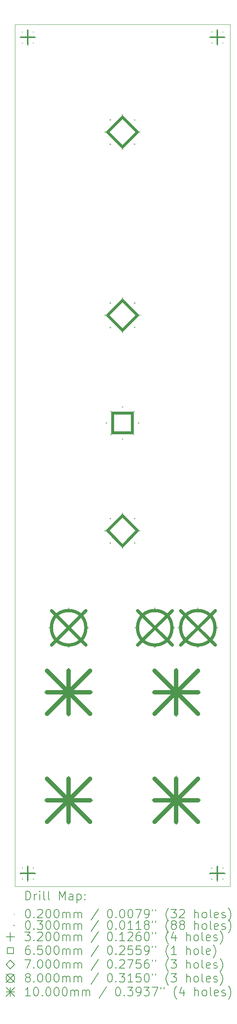
<source format=gbr>
%FSLAX45Y45*%
G04 Gerber Fmt 4.5, Leading zero omitted, Abs format (unit mm)*
G04 Created by KiCad (PCBNEW (6.0.5)) date 2022-09-08 21:16:32*
%MOMM*%
%LPD*%
G01*
G04 APERTURE LIST*
%TA.AperFunction,Profile*%
%ADD10C,0.050000*%
%TD*%
%ADD11C,0.200000*%
%ADD12C,0.020000*%
%ADD13C,0.030000*%
%ADD14C,0.320000*%
%ADD15C,0.650000*%
%ADD16C,0.700000*%
%ADD17C,0.800000*%
%ADD18C,1.000000*%
G04 APERTURE END LIST*
D10*
X7500000Y-4000000D02*
X12500000Y-4000000D01*
X12500000Y-4000000D02*
X12500000Y-24000000D01*
X7500000Y-24000000D02*
X7500000Y-4000000D01*
X12500000Y-24000000D02*
X7500000Y-24000000D01*
D11*
D12*
X7610000Y-4290000D02*
X7630000Y-4310000D01*
X7630000Y-4290000D02*
X7610000Y-4310000D01*
X7610000Y-23690000D02*
X7630000Y-23710000D01*
X7630000Y-23690000D02*
X7610000Y-23710000D01*
X7662721Y-4162721D02*
X7682721Y-4182721D01*
X7682721Y-4162721D02*
X7662721Y-4182721D01*
X7662721Y-4417279D02*
X7682721Y-4437279D01*
X7682721Y-4417279D02*
X7662721Y-4437279D01*
X7662721Y-23562721D02*
X7682721Y-23582721D01*
X7682721Y-23562721D02*
X7662721Y-23582721D01*
X7662721Y-23817279D02*
X7682721Y-23837279D01*
X7682721Y-23817279D02*
X7662721Y-23837279D01*
X7790000Y-4110000D02*
X7810000Y-4130000D01*
X7810000Y-4110000D02*
X7790000Y-4130000D01*
X7790000Y-4470000D02*
X7810000Y-4490000D01*
X7810000Y-4470000D02*
X7790000Y-4490000D01*
X7790000Y-23510000D02*
X7810000Y-23530000D01*
X7810000Y-23510000D02*
X7790000Y-23530000D01*
X7790000Y-23870000D02*
X7810000Y-23890000D01*
X7810000Y-23870000D02*
X7790000Y-23890000D01*
X7917279Y-4162721D02*
X7937279Y-4182721D01*
X7937279Y-4162721D02*
X7917279Y-4182721D01*
X7917279Y-4417279D02*
X7937279Y-4437279D01*
X7937279Y-4417279D02*
X7917279Y-4437279D01*
X7917279Y-23562721D02*
X7937279Y-23582721D01*
X7937279Y-23562721D02*
X7917279Y-23582721D01*
X7917279Y-23817279D02*
X7937279Y-23837279D01*
X7937279Y-23817279D02*
X7917279Y-23837279D01*
X7970000Y-4290000D02*
X7990000Y-4310000D01*
X7990000Y-4290000D02*
X7970000Y-4310000D01*
X7970000Y-23690000D02*
X7990000Y-23710000D01*
X7990000Y-23690000D02*
X7970000Y-23710000D01*
X12010000Y-4290000D02*
X12030000Y-4310000D01*
X12030000Y-4290000D02*
X12010000Y-4310000D01*
X12010000Y-23690000D02*
X12030000Y-23710000D01*
X12030000Y-23690000D02*
X12010000Y-23710000D01*
X12062721Y-4162721D02*
X12082721Y-4182721D01*
X12082721Y-4162721D02*
X12062721Y-4182721D01*
X12062721Y-4417279D02*
X12082721Y-4437279D01*
X12082721Y-4417279D02*
X12062721Y-4437279D01*
X12062721Y-23562721D02*
X12082721Y-23582721D01*
X12082721Y-23562721D02*
X12062721Y-23582721D01*
X12062721Y-23817279D02*
X12082721Y-23837279D01*
X12082721Y-23817279D02*
X12062721Y-23837279D01*
X12190000Y-4110000D02*
X12210000Y-4130000D01*
X12210000Y-4110000D02*
X12190000Y-4130000D01*
X12190000Y-4470000D02*
X12210000Y-4490000D01*
X12210000Y-4470000D02*
X12190000Y-4490000D01*
X12190000Y-23510000D02*
X12210000Y-23530000D01*
X12210000Y-23510000D02*
X12190000Y-23530000D01*
X12190000Y-23870000D02*
X12210000Y-23890000D01*
X12210000Y-23870000D02*
X12190000Y-23890000D01*
X12317279Y-4162721D02*
X12337279Y-4182721D01*
X12337279Y-4162721D02*
X12317279Y-4182721D01*
X12317279Y-4417279D02*
X12337279Y-4437279D01*
X12337279Y-4417279D02*
X12317279Y-4437279D01*
X12317279Y-23562721D02*
X12337279Y-23582721D01*
X12337279Y-23562721D02*
X12317279Y-23582721D01*
X12317279Y-23817279D02*
X12337279Y-23837279D01*
X12337279Y-23817279D02*
X12317279Y-23837279D01*
X12370000Y-4290000D02*
X12390000Y-4310000D01*
X12390000Y-4290000D02*
X12370000Y-4310000D01*
X12370000Y-23690000D02*
X12390000Y-23710000D01*
X12390000Y-23690000D02*
X12370000Y-23710000D01*
D13*
X8215000Y-19500000D02*
G75*
G03*
X8215000Y-19500000I-15000J0D01*
G01*
X8215000Y-22000000D02*
G75*
G03*
X8215000Y-22000000I-15000J0D01*
G01*
X8315000Y-18000000D02*
G75*
G03*
X8315000Y-18000000I-15000J0D01*
G01*
X8376091Y-19111091D02*
G75*
G03*
X8376091Y-19111091I-15000J0D01*
G01*
X8376091Y-19888909D02*
G75*
G03*
X8376091Y-19888909I-15000J0D01*
G01*
X8376091Y-21611091D02*
G75*
G03*
X8376091Y-21611091I-15000J0D01*
G01*
X8376091Y-22388909D02*
G75*
G03*
X8376091Y-22388909I-15000J0D01*
G01*
X8446802Y-17681802D02*
G75*
G03*
X8446802Y-17681802I-15000J0D01*
G01*
X8446802Y-18318198D02*
G75*
G03*
X8446802Y-18318198I-15000J0D01*
G01*
X8765000Y-17550000D02*
G75*
G03*
X8765000Y-17550000I-15000J0D01*
G01*
X8765000Y-18450000D02*
G75*
G03*
X8765000Y-18450000I-15000J0D01*
G01*
X8765000Y-18950000D02*
G75*
G03*
X8765000Y-18950000I-15000J0D01*
G01*
X8765000Y-20050000D02*
G75*
G03*
X8765000Y-20050000I-15000J0D01*
G01*
X8765000Y-21450000D02*
G75*
G03*
X8765000Y-21450000I-15000J0D01*
G01*
X8765000Y-22550000D02*
G75*
G03*
X8765000Y-22550000I-15000J0D01*
G01*
X9083198Y-17681802D02*
G75*
G03*
X9083198Y-17681802I-15000J0D01*
G01*
X9083198Y-18318198D02*
G75*
G03*
X9083198Y-18318198I-15000J0D01*
G01*
X9153909Y-19111091D02*
G75*
G03*
X9153909Y-19111091I-15000J0D01*
G01*
X9153909Y-19888909D02*
G75*
G03*
X9153909Y-19888909I-15000J0D01*
G01*
X9153909Y-21611091D02*
G75*
G03*
X9153909Y-21611091I-15000J0D01*
G01*
X9153909Y-22388909D02*
G75*
G03*
X9153909Y-22388909I-15000J0D01*
G01*
X9215000Y-18000000D02*
G75*
G03*
X9215000Y-18000000I-15000J0D01*
G01*
X9315000Y-19500000D02*
G75*
G03*
X9315000Y-19500000I-15000J0D01*
G01*
X9315000Y-22000000D02*
G75*
G03*
X9315000Y-22000000I-15000J0D01*
G01*
X9615000Y-6500000D02*
G75*
G03*
X9615000Y-6500000I-15000J0D01*
G01*
X9615000Y-10750000D02*
G75*
G03*
X9615000Y-10750000I-15000J0D01*
G01*
X9615000Y-15750000D02*
G75*
G03*
X9615000Y-15750000I-15000J0D01*
G01*
X9640000Y-13250000D02*
G75*
G03*
X9640000Y-13250000I-15000J0D01*
G01*
X9732157Y-6217157D02*
G75*
G03*
X9732157Y-6217157I-15000J0D01*
G01*
X9732157Y-6782843D02*
G75*
G03*
X9732157Y-6782843I-15000J0D01*
G01*
X9732157Y-10467157D02*
G75*
G03*
X9732157Y-10467157I-15000J0D01*
G01*
X9732157Y-11032843D02*
G75*
G03*
X9732157Y-11032843I-15000J0D01*
G01*
X9732157Y-15467157D02*
G75*
G03*
X9732157Y-15467157I-15000J0D01*
G01*
X9732157Y-16032843D02*
G75*
G03*
X9732157Y-16032843I-15000J0D01*
G01*
X9749835Y-12984835D02*
G75*
G03*
X9749835Y-12984835I-15000J0D01*
G01*
X9749835Y-13515165D02*
G75*
G03*
X9749835Y-13515165I-15000J0D01*
G01*
X10015000Y-6100000D02*
G75*
G03*
X10015000Y-6100000I-15000J0D01*
G01*
X10015000Y-6900000D02*
G75*
G03*
X10015000Y-6900000I-15000J0D01*
G01*
X10015000Y-10350000D02*
G75*
G03*
X10015000Y-10350000I-15000J0D01*
G01*
X10015000Y-11150000D02*
G75*
G03*
X10015000Y-11150000I-15000J0D01*
G01*
X10015000Y-12875000D02*
G75*
G03*
X10015000Y-12875000I-15000J0D01*
G01*
X10015000Y-13625000D02*
G75*
G03*
X10015000Y-13625000I-15000J0D01*
G01*
X10015000Y-15350000D02*
G75*
G03*
X10015000Y-15350000I-15000J0D01*
G01*
X10015000Y-16150000D02*
G75*
G03*
X10015000Y-16150000I-15000J0D01*
G01*
X10280165Y-12984835D02*
G75*
G03*
X10280165Y-12984835I-15000J0D01*
G01*
X10280165Y-13515165D02*
G75*
G03*
X10280165Y-13515165I-15000J0D01*
G01*
X10297843Y-6217157D02*
G75*
G03*
X10297843Y-6217157I-15000J0D01*
G01*
X10297843Y-6782843D02*
G75*
G03*
X10297843Y-6782843I-15000J0D01*
G01*
X10297843Y-10467157D02*
G75*
G03*
X10297843Y-10467157I-15000J0D01*
G01*
X10297843Y-11032843D02*
G75*
G03*
X10297843Y-11032843I-15000J0D01*
G01*
X10297843Y-15467157D02*
G75*
G03*
X10297843Y-15467157I-15000J0D01*
G01*
X10297843Y-16032843D02*
G75*
G03*
X10297843Y-16032843I-15000J0D01*
G01*
X10315000Y-18000000D02*
G75*
G03*
X10315000Y-18000000I-15000J0D01*
G01*
X10390000Y-13250000D02*
G75*
G03*
X10390000Y-13250000I-15000J0D01*
G01*
X10415000Y-6500000D02*
G75*
G03*
X10415000Y-6500000I-15000J0D01*
G01*
X10415000Y-10750000D02*
G75*
G03*
X10415000Y-10750000I-15000J0D01*
G01*
X10415000Y-15750000D02*
G75*
G03*
X10415000Y-15750000I-15000J0D01*
G01*
X10446802Y-17681802D02*
G75*
G03*
X10446802Y-17681802I-15000J0D01*
G01*
X10446802Y-18318198D02*
G75*
G03*
X10446802Y-18318198I-15000J0D01*
G01*
X10715000Y-19500000D02*
G75*
G03*
X10715000Y-19500000I-15000J0D01*
G01*
X10715000Y-22000000D02*
G75*
G03*
X10715000Y-22000000I-15000J0D01*
G01*
X10765000Y-17550000D02*
G75*
G03*
X10765000Y-17550000I-15000J0D01*
G01*
X10765000Y-18450000D02*
G75*
G03*
X10765000Y-18450000I-15000J0D01*
G01*
X10876091Y-19111091D02*
G75*
G03*
X10876091Y-19111091I-15000J0D01*
G01*
X10876091Y-19888909D02*
G75*
G03*
X10876091Y-19888909I-15000J0D01*
G01*
X10876091Y-21611091D02*
G75*
G03*
X10876091Y-21611091I-15000J0D01*
G01*
X10876091Y-22388909D02*
G75*
G03*
X10876091Y-22388909I-15000J0D01*
G01*
X11083198Y-17681802D02*
G75*
G03*
X11083198Y-17681802I-15000J0D01*
G01*
X11083198Y-18318198D02*
G75*
G03*
X11083198Y-18318198I-15000J0D01*
G01*
X11215000Y-18000000D02*
G75*
G03*
X11215000Y-18000000I-15000J0D01*
G01*
X11265000Y-18950000D02*
G75*
G03*
X11265000Y-18950000I-15000J0D01*
G01*
X11265000Y-20050000D02*
G75*
G03*
X11265000Y-20050000I-15000J0D01*
G01*
X11265000Y-21450000D02*
G75*
G03*
X11265000Y-21450000I-15000J0D01*
G01*
X11265000Y-22550000D02*
G75*
G03*
X11265000Y-22550000I-15000J0D01*
G01*
X11315000Y-18000000D02*
G75*
G03*
X11315000Y-18000000I-15000J0D01*
G01*
X11446802Y-17681802D02*
G75*
G03*
X11446802Y-17681802I-15000J0D01*
G01*
X11446802Y-18318198D02*
G75*
G03*
X11446802Y-18318198I-15000J0D01*
G01*
X11653909Y-19111091D02*
G75*
G03*
X11653909Y-19111091I-15000J0D01*
G01*
X11653909Y-19888909D02*
G75*
G03*
X11653909Y-19888909I-15000J0D01*
G01*
X11653909Y-21611091D02*
G75*
G03*
X11653909Y-21611091I-15000J0D01*
G01*
X11653909Y-22388909D02*
G75*
G03*
X11653909Y-22388909I-15000J0D01*
G01*
X11765000Y-17550000D02*
G75*
G03*
X11765000Y-17550000I-15000J0D01*
G01*
X11765000Y-18450000D02*
G75*
G03*
X11765000Y-18450000I-15000J0D01*
G01*
X11815000Y-19500000D02*
G75*
G03*
X11815000Y-19500000I-15000J0D01*
G01*
X11815000Y-22000000D02*
G75*
G03*
X11815000Y-22000000I-15000J0D01*
G01*
X12083198Y-17681802D02*
G75*
G03*
X12083198Y-17681802I-15000J0D01*
G01*
X12083198Y-18318198D02*
G75*
G03*
X12083198Y-18318198I-15000J0D01*
G01*
X12215000Y-18000000D02*
G75*
G03*
X12215000Y-18000000I-15000J0D01*
G01*
D14*
X7800000Y-4140000D02*
X7800000Y-4460000D01*
X7640000Y-4300000D02*
X7960000Y-4300000D01*
X7800000Y-23540000D02*
X7800000Y-23860000D01*
X7640000Y-23700000D02*
X7960000Y-23700000D01*
X12200000Y-4140000D02*
X12200000Y-4460000D01*
X12040000Y-4300000D02*
X12360000Y-4300000D01*
X12200000Y-23540000D02*
X12200000Y-23860000D01*
X12040000Y-23700000D02*
X12360000Y-23700000D01*
D15*
X10229812Y-13479812D02*
X10229812Y-13020188D01*
X9770188Y-13020188D01*
X9770188Y-13479812D01*
X10229812Y-13479812D01*
D16*
X10000000Y-6850000D02*
X10350000Y-6500000D01*
X10000000Y-6150000D01*
X9650000Y-6500000D01*
X10000000Y-6850000D01*
X10000000Y-11100000D02*
X10350000Y-10750000D01*
X10000000Y-10400000D01*
X9650000Y-10750000D01*
X10000000Y-11100000D01*
X10000000Y-16100000D02*
X10350000Y-15750000D01*
X10000000Y-15400000D01*
X9650000Y-15750000D01*
X10000000Y-16100000D01*
D17*
X8350000Y-17600000D02*
X9150000Y-18400000D01*
X9150000Y-17600000D02*
X8350000Y-18400000D01*
X9150000Y-18000000D02*
G75*
G03*
X9150000Y-18000000I-400000J0D01*
G01*
X10350000Y-17600000D02*
X11150000Y-18400000D01*
X11150000Y-17600000D02*
X10350000Y-18400000D01*
X11150000Y-18000000D02*
G75*
G03*
X11150000Y-18000000I-400000J0D01*
G01*
X11350000Y-17600000D02*
X12150000Y-18400000D01*
X12150000Y-17600000D02*
X11350000Y-18400000D01*
X12150000Y-18000000D02*
G75*
G03*
X12150000Y-18000000I-400000J0D01*
G01*
D18*
X8250000Y-19000000D02*
X9250000Y-20000000D01*
X9250000Y-19000000D02*
X8250000Y-20000000D01*
X8750000Y-19000000D02*
X8750000Y-20000000D01*
X8250000Y-19500000D02*
X9250000Y-19500000D01*
X8250000Y-21500000D02*
X9250000Y-22500000D01*
X9250000Y-21500000D02*
X8250000Y-22500000D01*
X8750000Y-21500000D02*
X8750000Y-22500000D01*
X8250000Y-22000000D02*
X9250000Y-22000000D01*
X10750000Y-19000000D02*
X11750000Y-20000000D01*
X11750000Y-19000000D02*
X10750000Y-20000000D01*
X11250000Y-19000000D02*
X11250000Y-20000000D01*
X10750000Y-19500000D02*
X11750000Y-19500000D01*
X10750000Y-21500000D02*
X11750000Y-22500000D01*
X11750000Y-21500000D02*
X10750000Y-22500000D01*
X11250000Y-21500000D02*
X11250000Y-22500000D01*
X10750000Y-22000000D02*
X11750000Y-22000000D01*
D11*
X7755119Y-24312976D02*
X7755119Y-24112976D01*
X7802738Y-24112976D01*
X7831309Y-24122500D01*
X7850357Y-24141548D01*
X7859881Y-24160595D01*
X7869405Y-24198690D01*
X7869405Y-24227262D01*
X7859881Y-24265357D01*
X7850357Y-24284405D01*
X7831309Y-24303452D01*
X7802738Y-24312976D01*
X7755119Y-24312976D01*
X7955119Y-24312976D02*
X7955119Y-24179643D01*
X7955119Y-24217738D02*
X7964643Y-24198690D01*
X7974167Y-24189167D01*
X7993214Y-24179643D01*
X8012262Y-24179643D01*
X8078928Y-24312976D02*
X8078928Y-24179643D01*
X8078928Y-24112976D02*
X8069405Y-24122500D01*
X8078928Y-24132024D01*
X8088452Y-24122500D01*
X8078928Y-24112976D01*
X8078928Y-24132024D01*
X8202738Y-24312976D02*
X8183690Y-24303452D01*
X8174167Y-24284405D01*
X8174167Y-24112976D01*
X8307500Y-24312976D02*
X8288452Y-24303452D01*
X8278928Y-24284405D01*
X8278928Y-24112976D01*
X8536071Y-24312976D02*
X8536071Y-24112976D01*
X8602738Y-24255833D01*
X8669405Y-24112976D01*
X8669405Y-24312976D01*
X8850357Y-24312976D02*
X8850357Y-24208214D01*
X8840833Y-24189167D01*
X8821786Y-24179643D01*
X8783690Y-24179643D01*
X8764643Y-24189167D01*
X8850357Y-24303452D02*
X8831310Y-24312976D01*
X8783690Y-24312976D01*
X8764643Y-24303452D01*
X8755119Y-24284405D01*
X8755119Y-24265357D01*
X8764643Y-24246309D01*
X8783690Y-24236786D01*
X8831310Y-24236786D01*
X8850357Y-24227262D01*
X8945595Y-24179643D02*
X8945595Y-24379643D01*
X8945595Y-24189167D02*
X8964643Y-24179643D01*
X9002738Y-24179643D01*
X9021786Y-24189167D01*
X9031310Y-24198690D01*
X9040833Y-24217738D01*
X9040833Y-24274881D01*
X9031310Y-24293928D01*
X9021786Y-24303452D01*
X9002738Y-24312976D01*
X8964643Y-24312976D01*
X8945595Y-24303452D01*
X9126548Y-24293928D02*
X9136071Y-24303452D01*
X9126548Y-24312976D01*
X9117024Y-24303452D01*
X9126548Y-24293928D01*
X9126548Y-24312976D01*
X9126548Y-24189167D02*
X9136071Y-24198690D01*
X9126548Y-24208214D01*
X9117024Y-24198690D01*
X9126548Y-24189167D01*
X9126548Y-24208214D01*
D12*
X7477500Y-24632500D02*
X7497500Y-24652500D01*
X7497500Y-24632500D02*
X7477500Y-24652500D01*
D11*
X7793214Y-24532976D02*
X7812262Y-24532976D01*
X7831309Y-24542500D01*
X7840833Y-24552024D01*
X7850357Y-24571071D01*
X7859881Y-24609167D01*
X7859881Y-24656786D01*
X7850357Y-24694881D01*
X7840833Y-24713928D01*
X7831309Y-24723452D01*
X7812262Y-24732976D01*
X7793214Y-24732976D01*
X7774167Y-24723452D01*
X7764643Y-24713928D01*
X7755119Y-24694881D01*
X7745595Y-24656786D01*
X7745595Y-24609167D01*
X7755119Y-24571071D01*
X7764643Y-24552024D01*
X7774167Y-24542500D01*
X7793214Y-24532976D01*
X7945595Y-24713928D02*
X7955119Y-24723452D01*
X7945595Y-24732976D01*
X7936071Y-24723452D01*
X7945595Y-24713928D01*
X7945595Y-24732976D01*
X8031309Y-24552024D02*
X8040833Y-24542500D01*
X8059881Y-24532976D01*
X8107500Y-24532976D01*
X8126548Y-24542500D01*
X8136071Y-24552024D01*
X8145595Y-24571071D01*
X8145595Y-24590119D01*
X8136071Y-24618690D01*
X8021786Y-24732976D01*
X8145595Y-24732976D01*
X8269405Y-24532976D02*
X8288452Y-24532976D01*
X8307500Y-24542500D01*
X8317024Y-24552024D01*
X8326548Y-24571071D01*
X8336071Y-24609167D01*
X8336071Y-24656786D01*
X8326548Y-24694881D01*
X8317024Y-24713928D01*
X8307500Y-24723452D01*
X8288452Y-24732976D01*
X8269405Y-24732976D01*
X8250357Y-24723452D01*
X8240833Y-24713928D01*
X8231309Y-24694881D01*
X8221786Y-24656786D01*
X8221786Y-24609167D01*
X8231309Y-24571071D01*
X8240833Y-24552024D01*
X8250357Y-24542500D01*
X8269405Y-24532976D01*
X8459881Y-24532976D02*
X8478929Y-24532976D01*
X8497976Y-24542500D01*
X8507500Y-24552024D01*
X8517024Y-24571071D01*
X8526548Y-24609167D01*
X8526548Y-24656786D01*
X8517024Y-24694881D01*
X8507500Y-24713928D01*
X8497976Y-24723452D01*
X8478929Y-24732976D01*
X8459881Y-24732976D01*
X8440833Y-24723452D01*
X8431310Y-24713928D01*
X8421786Y-24694881D01*
X8412262Y-24656786D01*
X8412262Y-24609167D01*
X8421786Y-24571071D01*
X8431310Y-24552024D01*
X8440833Y-24542500D01*
X8459881Y-24532976D01*
X8612262Y-24732976D02*
X8612262Y-24599643D01*
X8612262Y-24618690D02*
X8621786Y-24609167D01*
X8640833Y-24599643D01*
X8669405Y-24599643D01*
X8688452Y-24609167D01*
X8697976Y-24628214D01*
X8697976Y-24732976D01*
X8697976Y-24628214D02*
X8707500Y-24609167D01*
X8726548Y-24599643D01*
X8755119Y-24599643D01*
X8774167Y-24609167D01*
X8783690Y-24628214D01*
X8783690Y-24732976D01*
X8878929Y-24732976D02*
X8878929Y-24599643D01*
X8878929Y-24618690D02*
X8888452Y-24609167D01*
X8907500Y-24599643D01*
X8936071Y-24599643D01*
X8955119Y-24609167D01*
X8964643Y-24628214D01*
X8964643Y-24732976D01*
X8964643Y-24628214D02*
X8974167Y-24609167D01*
X8993214Y-24599643D01*
X9021786Y-24599643D01*
X9040833Y-24609167D01*
X9050357Y-24628214D01*
X9050357Y-24732976D01*
X9440833Y-24523452D02*
X9269405Y-24780595D01*
X9697976Y-24532976D02*
X9717024Y-24532976D01*
X9736071Y-24542500D01*
X9745595Y-24552024D01*
X9755119Y-24571071D01*
X9764643Y-24609167D01*
X9764643Y-24656786D01*
X9755119Y-24694881D01*
X9745595Y-24713928D01*
X9736071Y-24723452D01*
X9717024Y-24732976D01*
X9697976Y-24732976D01*
X9678929Y-24723452D01*
X9669405Y-24713928D01*
X9659881Y-24694881D01*
X9650357Y-24656786D01*
X9650357Y-24609167D01*
X9659881Y-24571071D01*
X9669405Y-24552024D01*
X9678929Y-24542500D01*
X9697976Y-24532976D01*
X9850357Y-24713928D02*
X9859881Y-24723452D01*
X9850357Y-24732976D01*
X9840833Y-24723452D01*
X9850357Y-24713928D01*
X9850357Y-24732976D01*
X9983690Y-24532976D02*
X10002738Y-24532976D01*
X10021786Y-24542500D01*
X10031310Y-24552024D01*
X10040833Y-24571071D01*
X10050357Y-24609167D01*
X10050357Y-24656786D01*
X10040833Y-24694881D01*
X10031310Y-24713928D01*
X10021786Y-24723452D01*
X10002738Y-24732976D01*
X9983690Y-24732976D01*
X9964643Y-24723452D01*
X9955119Y-24713928D01*
X9945595Y-24694881D01*
X9936071Y-24656786D01*
X9936071Y-24609167D01*
X9945595Y-24571071D01*
X9955119Y-24552024D01*
X9964643Y-24542500D01*
X9983690Y-24532976D01*
X10174167Y-24532976D02*
X10193214Y-24532976D01*
X10212262Y-24542500D01*
X10221786Y-24552024D01*
X10231310Y-24571071D01*
X10240833Y-24609167D01*
X10240833Y-24656786D01*
X10231310Y-24694881D01*
X10221786Y-24713928D01*
X10212262Y-24723452D01*
X10193214Y-24732976D01*
X10174167Y-24732976D01*
X10155119Y-24723452D01*
X10145595Y-24713928D01*
X10136071Y-24694881D01*
X10126548Y-24656786D01*
X10126548Y-24609167D01*
X10136071Y-24571071D01*
X10145595Y-24552024D01*
X10155119Y-24542500D01*
X10174167Y-24532976D01*
X10307500Y-24532976D02*
X10440833Y-24532976D01*
X10355119Y-24732976D01*
X10526548Y-24732976D02*
X10564643Y-24732976D01*
X10583690Y-24723452D01*
X10593214Y-24713928D01*
X10612262Y-24685357D01*
X10621786Y-24647262D01*
X10621786Y-24571071D01*
X10612262Y-24552024D01*
X10602738Y-24542500D01*
X10583690Y-24532976D01*
X10545595Y-24532976D01*
X10526548Y-24542500D01*
X10517024Y-24552024D01*
X10507500Y-24571071D01*
X10507500Y-24618690D01*
X10517024Y-24637738D01*
X10526548Y-24647262D01*
X10545595Y-24656786D01*
X10583690Y-24656786D01*
X10602738Y-24647262D01*
X10612262Y-24637738D01*
X10621786Y-24618690D01*
X10697976Y-24532976D02*
X10697976Y-24571071D01*
X10774167Y-24532976D02*
X10774167Y-24571071D01*
X11069405Y-24809167D02*
X11059881Y-24799643D01*
X11040833Y-24771071D01*
X11031310Y-24752024D01*
X11021786Y-24723452D01*
X11012262Y-24675833D01*
X11012262Y-24637738D01*
X11021786Y-24590119D01*
X11031310Y-24561548D01*
X11040833Y-24542500D01*
X11059881Y-24513928D01*
X11069405Y-24504405D01*
X11126548Y-24532976D02*
X11250357Y-24532976D01*
X11183690Y-24609167D01*
X11212262Y-24609167D01*
X11231309Y-24618690D01*
X11240833Y-24628214D01*
X11250357Y-24647262D01*
X11250357Y-24694881D01*
X11240833Y-24713928D01*
X11231309Y-24723452D01*
X11212262Y-24732976D01*
X11155119Y-24732976D01*
X11136071Y-24723452D01*
X11126548Y-24713928D01*
X11326548Y-24552024D02*
X11336071Y-24542500D01*
X11355119Y-24532976D01*
X11402738Y-24532976D01*
X11421786Y-24542500D01*
X11431309Y-24552024D01*
X11440833Y-24571071D01*
X11440833Y-24590119D01*
X11431309Y-24618690D01*
X11317024Y-24732976D01*
X11440833Y-24732976D01*
X11678928Y-24732976D02*
X11678928Y-24532976D01*
X11764643Y-24732976D02*
X11764643Y-24628214D01*
X11755119Y-24609167D01*
X11736071Y-24599643D01*
X11707500Y-24599643D01*
X11688452Y-24609167D01*
X11678928Y-24618690D01*
X11888452Y-24732976D02*
X11869405Y-24723452D01*
X11859881Y-24713928D01*
X11850357Y-24694881D01*
X11850357Y-24637738D01*
X11859881Y-24618690D01*
X11869405Y-24609167D01*
X11888452Y-24599643D01*
X11917024Y-24599643D01*
X11936071Y-24609167D01*
X11945595Y-24618690D01*
X11955119Y-24637738D01*
X11955119Y-24694881D01*
X11945595Y-24713928D01*
X11936071Y-24723452D01*
X11917024Y-24732976D01*
X11888452Y-24732976D01*
X12069405Y-24732976D02*
X12050357Y-24723452D01*
X12040833Y-24704405D01*
X12040833Y-24532976D01*
X12221786Y-24723452D02*
X12202738Y-24732976D01*
X12164643Y-24732976D01*
X12145595Y-24723452D01*
X12136071Y-24704405D01*
X12136071Y-24628214D01*
X12145595Y-24609167D01*
X12164643Y-24599643D01*
X12202738Y-24599643D01*
X12221786Y-24609167D01*
X12231309Y-24628214D01*
X12231309Y-24647262D01*
X12136071Y-24666309D01*
X12307500Y-24723452D02*
X12326548Y-24732976D01*
X12364643Y-24732976D01*
X12383690Y-24723452D01*
X12393214Y-24704405D01*
X12393214Y-24694881D01*
X12383690Y-24675833D01*
X12364643Y-24666309D01*
X12336071Y-24666309D01*
X12317024Y-24656786D01*
X12307500Y-24637738D01*
X12307500Y-24628214D01*
X12317024Y-24609167D01*
X12336071Y-24599643D01*
X12364643Y-24599643D01*
X12383690Y-24609167D01*
X12459881Y-24809167D02*
X12469405Y-24799643D01*
X12488452Y-24771071D01*
X12497976Y-24752024D01*
X12507500Y-24723452D01*
X12517024Y-24675833D01*
X12517024Y-24637738D01*
X12507500Y-24590119D01*
X12497976Y-24561548D01*
X12488452Y-24542500D01*
X12469405Y-24513928D01*
X12459881Y-24504405D01*
D13*
X7497500Y-24906500D02*
G75*
G03*
X7497500Y-24906500I-15000J0D01*
G01*
D11*
X7793214Y-24796976D02*
X7812262Y-24796976D01*
X7831309Y-24806500D01*
X7840833Y-24816024D01*
X7850357Y-24835071D01*
X7859881Y-24873167D01*
X7859881Y-24920786D01*
X7850357Y-24958881D01*
X7840833Y-24977928D01*
X7831309Y-24987452D01*
X7812262Y-24996976D01*
X7793214Y-24996976D01*
X7774167Y-24987452D01*
X7764643Y-24977928D01*
X7755119Y-24958881D01*
X7745595Y-24920786D01*
X7745595Y-24873167D01*
X7755119Y-24835071D01*
X7764643Y-24816024D01*
X7774167Y-24806500D01*
X7793214Y-24796976D01*
X7945595Y-24977928D02*
X7955119Y-24987452D01*
X7945595Y-24996976D01*
X7936071Y-24987452D01*
X7945595Y-24977928D01*
X7945595Y-24996976D01*
X8021786Y-24796976D02*
X8145595Y-24796976D01*
X8078928Y-24873167D01*
X8107500Y-24873167D01*
X8126548Y-24882690D01*
X8136071Y-24892214D01*
X8145595Y-24911262D01*
X8145595Y-24958881D01*
X8136071Y-24977928D01*
X8126548Y-24987452D01*
X8107500Y-24996976D01*
X8050357Y-24996976D01*
X8031309Y-24987452D01*
X8021786Y-24977928D01*
X8269405Y-24796976D02*
X8288452Y-24796976D01*
X8307500Y-24806500D01*
X8317024Y-24816024D01*
X8326548Y-24835071D01*
X8336071Y-24873167D01*
X8336071Y-24920786D01*
X8326548Y-24958881D01*
X8317024Y-24977928D01*
X8307500Y-24987452D01*
X8288452Y-24996976D01*
X8269405Y-24996976D01*
X8250357Y-24987452D01*
X8240833Y-24977928D01*
X8231309Y-24958881D01*
X8221786Y-24920786D01*
X8221786Y-24873167D01*
X8231309Y-24835071D01*
X8240833Y-24816024D01*
X8250357Y-24806500D01*
X8269405Y-24796976D01*
X8459881Y-24796976D02*
X8478929Y-24796976D01*
X8497976Y-24806500D01*
X8507500Y-24816024D01*
X8517024Y-24835071D01*
X8526548Y-24873167D01*
X8526548Y-24920786D01*
X8517024Y-24958881D01*
X8507500Y-24977928D01*
X8497976Y-24987452D01*
X8478929Y-24996976D01*
X8459881Y-24996976D01*
X8440833Y-24987452D01*
X8431310Y-24977928D01*
X8421786Y-24958881D01*
X8412262Y-24920786D01*
X8412262Y-24873167D01*
X8421786Y-24835071D01*
X8431310Y-24816024D01*
X8440833Y-24806500D01*
X8459881Y-24796976D01*
X8612262Y-24996976D02*
X8612262Y-24863643D01*
X8612262Y-24882690D02*
X8621786Y-24873167D01*
X8640833Y-24863643D01*
X8669405Y-24863643D01*
X8688452Y-24873167D01*
X8697976Y-24892214D01*
X8697976Y-24996976D01*
X8697976Y-24892214D02*
X8707500Y-24873167D01*
X8726548Y-24863643D01*
X8755119Y-24863643D01*
X8774167Y-24873167D01*
X8783690Y-24892214D01*
X8783690Y-24996976D01*
X8878929Y-24996976D02*
X8878929Y-24863643D01*
X8878929Y-24882690D02*
X8888452Y-24873167D01*
X8907500Y-24863643D01*
X8936071Y-24863643D01*
X8955119Y-24873167D01*
X8964643Y-24892214D01*
X8964643Y-24996976D01*
X8964643Y-24892214D02*
X8974167Y-24873167D01*
X8993214Y-24863643D01*
X9021786Y-24863643D01*
X9040833Y-24873167D01*
X9050357Y-24892214D01*
X9050357Y-24996976D01*
X9440833Y-24787452D02*
X9269405Y-25044595D01*
X9697976Y-24796976D02*
X9717024Y-24796976D01*
X9736071Y-24806500D01*
X9745595Y-24816024D01*
X9755119Y-24835071D01*
X9764643Y-24873167D01*
X9764643Y-24920786D01*
X9755119Y-24958881D01*
X9745595Y-24977928D01*
X9736071Y-24987452D01*
X9717024Y-24996976D01*
X9697976Y-24996976D01*
X9678929Y-24987452D01*
X9669405Y-24977928D01*
X9659881Y-24958881D01*
X9650357Y-24920786D01*
X9650357Y-24873167D01*
X9659881Y-24835071D01*
X9669405Y-24816024D01*
X9678929Y-24806500D01*
X9697976Y-24796976D01*
X9850357Y-24977928D02*
X9859881Y-24987452D01*
X9850357Y-24996976D01*
X9840833Y-24987452D01*
X9850357Y-24977928D01*
X9850357Y-24996976D01*
X9983690Y-24796976D02*
X10002738Y-24796976D01*
X10021786Y-24806500D01*
X10031310Y-24816024D01*
X10040833Y-24835071D01*
X10050357Y-24873167D01*
X10050357Y-24920786D01*
X10040833Y-24958881D01*
X10031310Y-24977928D01*
X10021786Y-24987452D01*
X10002738Y-24996976D01*
X9983690Y-24996976D01*
X9964643Y-24987452D01*
X9955119Y-24977928D01*
X9945595Y-24958881D01*
X9936071Y-24920786D01*
X9936071Y-24873167D01*
X9945595Y-24835071D01*
X9955119Y-24816024D01*
X9964643Y-24806500D01*
X9983690Y-24796976D01*
X10240833Y-24996976D02*
X10126548Y-24996976D01*
X10183690Y-24996976D02*
X10183690Y-24796976D01*
X10164643Y-24825548D01*
X10145595Y-24844595D01*
X10126548Y-24854119D01*
X10431310Y-24996976D02*
X10317024Y-24996976D01*
X10374167Y-24996976D02*
X10374167Y-24796976D01*
X10355119Y-24825548D01*
X10336071Y-24844595D01*
X10317024Y-24854119D01*
X10545595Y-24882690D02*
X10526548Y-24873167D01*
X10517024Y-24863643D01*
X10507500Y-24844595D01*
X10507500Y-24835071D01*
X10517024Y-24816024D01*
X10526548Y-24806500D01*
X10545595Y-24796976D01*
X10583690Y-24796976D01*
X10602738Y-24806500D01*
X10612262Y-24816024D01*
X10621786Y-24835071D01*
X10621786Y-24844595D01*
X10612262Y-24863643D01*
X10602738Y-24873167D01*
X10583690Y-24882690D01*
X10545595Y-24882690D01*
X10526548Y-24892214D01*
X10517024Y-24901738D01*
X10507500Y-24920786D01*
X10507500Y-24958881D01*
X10517024Y-24977928D01*
X10526548Y-24987452D01*
X10545595Y-24996976D01*
X10583690Y-24996976D01*
X10602738Y-24987452D01*
X10612262Y-24977928D01*
X10621786Y-24958881D01*
X10621786Y-24920786D01*
X10612262Y-24901738D01*
X10602738Y-24892214D01*
X10583690Y-24882690D01*
X10697976Y-24796976D02*
X10697976Y-24835071D01*
X10774167Y-24796976D02*
X10774167Y-24835071D01*
X11069405Y-25073167D02*
X11059881Y-25063643D01*
X11040833Y-25035071D01*
X11031310Y-25016024D01*
X11021786Y-24987452D01*
X11012262Y-24939833D01*
X11012262Y-24901738D01*
X11021786Y-24854119D01*
X11031310Y-24825548D01*
X11040833Y-24806500D01*
X11059881Y-24777928D01*
X11069405Y-24768405D01*
X11174167Y-24882690D02*
X11155119Y-24873167D01*
X11145595Y-24863643D01*
X11136071Y-24844595D01*
X11136071Y-24835071D01*
X11145595Y-24816024D01*
X11155119Y-24806500D01*
X11174167Y-24796976D01*
X11212262Y-24796976D01*
X11231309Y-24806500D01*
X11240833Y-24816024D01*
X11250357Y-24835071D01*
X11250357Y-24844595D01*
X11240833Y-24863643D01*
X11231309Y-24873167D01*
X11212262Y-24882690D01*
X11174167Y-24882690D01*
X11155119Y-24892214D01*
X11145595Y-24901738D01*
X11136071Y-24920786D01*
X11136071Y-24958881D01*
X11145595Y-24977928D01*
X11155119Y-24987452D01*
X11174167Y-24996976D01*
X11212262Y-24996976D01*
X11231309Y-24987452D01*
X11240833Y-24977928D01*
X11250357Y-24958881D01*
X11250357Y-24920786D01*
X11240833Y-24901738D01*
X11231309Y-24892214D01*
X11212262Y-24882690D01*
X11364643Y-24882690D02*
X11345595Y-24873167D01*
X11336071Y-24863643D01*
X11326548Y-24844595D01*
X11326548Y-24835071D01*
X11336071Y-24816024D01*
X11345595Y-24806500D01*
X11364643Y-24796976D01*
X11402738Y-24796976D01*
X11421786Y-24806500D01*
X11431309Y-24816024D01*
X11440833Y-24835071D01*
X11440833Y-24844595D01*
X11431309Y-24863643D01*
X11421786Y-24873167D01*
X11402738Y-24882690D01*
X11364643Y-24882690D01*
X11345595Y-24892214D01*
X11336071Y-24901738D01*
X11326548Y-24920786D01*
X11326548Y-24958881D01*
X11336071Y-24977928D01*
X11345595Y-24987452D01*
X11364643Y-24996976D01*
X11402738Y-24996976D01*
X11421786Y-24987452D01*
X11431309Y-24977928D01*
X11440833Y-24958881D01*
X11440833Y-24920786D01*
X11431309Y-24901738D01*
X11421786Y-24892214D01*
X11402738Y-24882690D01*
X11678928Y-24996976D02*
X11678928Y-24796976D01*
X11764643Y-24996976D02*
X11764643Y-24892214D01*
X11755119Y-24873167D01*
X11736071Y-24863643D01*
X11707500Y-24863643D01*
X11688452Y-24873167D01*
X11678928Y-24882690D01*
X11888452Y-24996976D02*
X11869405Y-24987452D01*
X11859881Y-24977928D01*
X11850357Y-24958881D01*
X11850357Y-24901738D01*
X11859881Y-24882690D01*
X11869405Y-24873167D01*
X11888452Y-24863643D01*
X11917024Y-24863643D01*
X11936071Y-24873167D01*
X11945595Y-24882690D01*
X11955119Y-24901738D01*
X11955119Y-24958881D01*
X11945595Y-24977928D01*
X11936071Y-24987452D01*
X11917024Y-24996976D01*
X11888452Y-24996976D01*
X12069405Y-24996976D02*
X12050357Y-24987452D01*
X12040833Y-24968405D01*
X12040833Y-24796976D01*
X12221786Y-24987452D02*
X12202738Y-24996976D01*
X12164643Y-24996976D01*
X12145595Y-24987452D01*
X12136071Y-24968405D01*
X12136071Y-24892214D01*
X12145595Y-24873167D01*
X12164643Y-24863643D01*
X12202738Y-24863643D01*
X12221786Y-24873167D01*
X12231309Y-24892214D01*
X12231309Y-24911262D01*
X12136071Y-24930309D01*
X12307500Y-24987452D02*
X12326548Y-24996976D01*
X12364643Y-24996976D01*
X12383690Y-24987452D01*
X12393214Y-24968405D01*
X12393214Y-24958881D01*
X12383690Y-24939833D01*
X12364643Y-24930309D01*
X12336071Y-24930309D01*
X12317024Y-24920786D01*
X12307500Y-24901738D01*
X12307500Y-24892214D01*
X12317024Y-24873167D01*
X12336071Y-24863643D01*
X12364643Y-24863643D01*
X12383690Y-24873167D01*
X12459881Y-25073167D02*
X12469405Y-25063643D01*
X12488452Y-25035071D01*
X12497976Y-25016024D01*
X12507500Y-24987452D01*
X12517024Y-24939833D01*
X12517024Y-24901738D01*
X12507500Y-24854119D01*
X12497976Y-24825548D01*
X12488452Y-24806500D01*
X12469405Y-24777928D01*
X12459881Y-24768405D01*
X7397500Y-25070500D02*
X7397500Y-25270500D01*
X7297500Y-25170500D02*
X7497500Y-25170500D01*
X7736071Y-25060976D02*
X7859881Y-25060976D01*
X7793214Y-25137167D01*
X7821786Y-25137167D01*
X7840833Y-25146690D01*
X7850357Y-25156214D01*
X7859881Y-25175262D01*
X7859881Y-25222881D01*
X7850357Y-25241928D01*
X7840833Y-25251452D01*
X7821786Y-25260976D01*
X7764643Y-25260976D01*
X7745595Y-25251452D01*
X7736071Y-25241928D01*
X7945595Y-25241928D02*
X7955119Y-25251452D01*
X7945595Y-25260976D01*
X7936071Y-25251452D01*
X7945595Y-25241928D01*
X7945595Y-25260976D01*
X8031309Y-25080024D02*
X8040833Y-25070500D01*
X8059881Y-25060976D01*
X8107500Y-25060976D01*
X8126548Y-25070500D01*
X8136071Y-25080024D01*
X8145595Y-25099071D01*
X8145595Y-25118119D01*
X8136071Y-25146690D01*
X8021786Y-25260976D01*
X8145595Y-25260976D01*
X8269405Y-25060976D02*
X8288452Y-25060976D01*
X8307500Y-25070500D01*
X8317024Y-25080024D01*
X8326548Y-25099071D01*
X8336071Y-25137167D01*
X8336071Y-25184786D01*
X8326548Y-25222881D01*
X8317024Y-25241928D01*
X8307500Y-25251452D01*
X8288452Y-25260976D01*
X8269405Y-25260976D01*
X8250357Y-25251452D01*
X8240833Y-25241928D01*
X8231309Y-25222881D01*
X8221786Y-25184786D01*
X8221786Y-25137167D01*
X8231309Y-25099071D01*
X8240833Y-25080024D01*
X8250357Y-25070500D01*
X8269405Y-25060976D01*
X8459881Y-25060976D02*
X8478929Y-25060976D01*
X8497976Y-25070500D01*
X8507500Y-25080024D01*
X8517024Y-25099071D01*
X8526548Y-25137167D01*
X8526548Y-25184786D01*
X8517024Y-25222881D01*
X8507500Y-25241928D01*
X8497976Y-25251452D01*
X8478929Y-25260976D01*
X8459881Y-25260976D01*
X8440833Y-25251452D01*
X8431310Y-25241928D01*
X8421786Y-25222881D01*
X8412262Y-25184786D01*
X8412262Y-25137167D01*
X8421786Y-25099071D01*
X8431310Y-25080024D01*
X8440833Y-25070500D01*
X8459881Y-25060976D01*
X8612262Y-25260976D02*
X8612262Y-25127643D01*
X8612262Y-25146690D02*
X8621786Y-25137167D01*
X8640833Y-25127643D01*
X8669405Y-25127643D01*
X8688452Y-25137167D01*
X8697976Y-25156214D01*
X8697976Y-25260976D01*
X8697976Y-25156214D02*
X8707500Y-25137167D01*
X8726548Y-25127643D01*
X8755119Y-25127643D01*
X8774167Y-25137167D01*
X8783690Y-25156214D01*
X8783690Y-25260976D01*
X8878929Y-25260976D02*
X8878929Y-25127643D01*
X8878929Y-25146690D02*
X8888452Y-25137167D01*
X8907500Y-25127643D01*
X8936071Y-25127643D01*
X8955119Y-25137167D01*
X8964643Y-25156214D01*
X8964643Y-25260976D01*
X8964643Y-25156214D02*
X8974167Y-25137167D01*
X8993214Y-25127643D01*
X9021786Y-25127643D01*
X9040833Y-25137167D01*
X9050357Y-25156214D01*
X9050357Y-25260976D01*
X9440833Y-25051452D02*
X9269405Y-25308595D01*
X9697976Y-25060976D02*
X9717024Y-25060976D01*
X9736071Y-25070500D01*
X9745595Y-25080024D01*
X9755119Y-25099071D01*
X9764643Y-25137167D01*
X9764643Y-25184786D01*
X9755119Y-25222881D01*
X9745595Y-25241928D01*
X9736071Y-25251452D01*
X9717024Y-25260976D01*
X9697976Y-25260976D01*
X9678929Y-25251452D01*
X9669405Y-25241928D01*
X9659881Y-25222881D01*
X9650357Y-25184786D01*
X9650357Y-25137167D01*
X9659881Y-25099071D01*
X9669405Y-25080024D01*
X9678929Y-25070500D01*
X9697976Y-25060976D01*
X9850357Y-25241928D02*
X9859881Y-25251452D01*
X9850357Y-25260976D01*
X9840833Y-25251452D01*
X9850357Y-25241928D01*
X9850357Y-25260976D01*
X10050357Y-25260976D02*
X9936071Y-25260976D01*
X9993214Y-25260976D02*
X9993214Y-25060976D01*
X9974167Y-25089548D01*
X9955119Y-25108595D01*
X9936071Y-25118119D01*
X10126548Y-25080024D02*
X10136071Y-25070500D01*
X10155119Y-25060976D01*
X10202738Y-25060976D01*
X10221786Y-25070500D01*
X10231310Y-25080024D01*
X10240833Y-25099071D01*
X10240833Y-25118119D01*
X10231310Y-25146690D01*
X10117024Y-25260976D01*
X10240833Y-25260976D01*
X10412262Y-25060976D02*
X10374167Y-25060976D01*
X10355119Y-25070500D01*
X10345595Y-25080024D01*
X10326548Y-25108595D01*
X10317024Y-25146690D01*
X10317024Y-25222881D01*
X10326548Y-25241928D01*
X10336071Y-25251452D01*
X10355119Y-25260976D01*
X10393214Y-25260976D01*
X10412262Y-25251452D01*
X10421786Y-25241928D01*
X10431310Y-25222881D01*
X10431310Y-25175262D01*
X10421786Y-25156214D01*
X10412262Y-25146690D01*
X10393214Y-25137167D01*
X10355119Y-25137167D01*
X10336071Y-25146690D01*
X10326548Y-25156214D01*
X10317024Y-25175262D01*
X10555119Y-25060976D02*
X10574167Y-25060976D01*
X10593214Y-25070500D01*
X10602738Y-25080024D01*
X10612262Y-25099071D01*
X10621786Y-25137167D01*
X10621786Y-25184786D01*
X10612262Y-25222881D01*
X10602738Y-25241928D01*
X10593214Y-25251452D01*
X10574167Y-25260976D01*
X10555119Y-25260976D01*
X10536071Y-25251452D01*
X10526548Y-25241928D01*
X10517024Y-25222881D01*
X10507500Y-25184786D01*
X10507500Y-25137167D01*
X10517024Y-25099071D01*
X10526548Y-25080024D01*
X10536071Y-25070500D01*
X10555119Y-25060976D01*
X10697976Y-25060976D02*
X10697976Y-25099071D01*
X10774167Y-25060976D02*
X10774167Y-25099071D01*
X11069405Y-25337167D02*
X11059881Y-25327643D01*
X11040833Y-25299071D01*
X11031310Y-25280024D01*
X11021786Y-25251452D01*
X11012262Y-25203833D01*
X11012262Y-25165738D01*
X11021786Y-25118119D01*
X11031310Y-25089548D01*
X11040833Y-25070500D01*
X11059881Y-25041928D01*
X11069405Y-25032405D01*
X11231309Y-25127643D02*
X11231309Y-25260976D01*
X11183690Y-25051452D02*
X11136071Y-25194309D01*
X11259881Y-25194309D01*
X11488452Y-25260976D02*
X11488452Y-25060976D01*
X11574167Y-25260976D02*
X11574167Y-25156214D01*
X11564643Y-25137167D01*
X11545595Y-25127643D01*
X11517024Y-25127643D01*
X11497976Y-25137167D01*
X11488452Y-25146690D01*
X11697976Y-25260976D02*
X11678928Y-25251452D01*
X11669405Y-25241928D01*
X11659881Y-25222881D01*
X11659881Y-25165738D01*
X11669405Y-25146690D01*
X11678928Y-25137167D01*
X11697976Y-25127643D01*
X11726548Y-25127643D01*
X11745595Y-25137167D01*
X11755119Y-25146690D01*
X11764643Y-25165738D01*
X11764643Y-25222881D01*
X11755119Y-25241928D01*
X11745595Y-25251452D01*
X11726548Y-25260976D01*
X11697976Y-25260976D01*
X11878928Y-25260976D02*
X11859881Y-25251452D01*
X11850357Y-25232405D01*
X11850357Y-25060976D01*
X12031309Y-25251452D02*
X12012262Y-25260976D01*
X11974167Y-25260976D01*
X11955119Y-25251452D01*
X11945595Y-25232405D01*
X11945595Y-25156214D01*
X11955119Y-25137167D01*
X11974167Y-25127643D01*
X12012262Y-25127643D01*
X12031309Y-25137167D01*
X12040833Y-25156214D01*
X12040833Y-25175262D01*
X11945595Y-25194309D01*
X12117024Y-25251452D02*
X12136071Y-25260976D01*
X12174167Y-25260976D01*
X12193214Y-25251452D01*
X12202738Y-25232405D01*
X12202738Y-25222881D01*
X12193214Y-25203833D01*
X12174167Y-25194309D01*
X12145595Y-25194309D01*
X12126548Y-25184786D01*
X12117024Y-25165738D01*
X12117024Y-25156214D01*
X12126548Y-25137167D01*
X12145595Y-25127643D01*
X12174167Y-25127643D01*
X12193214Y-25137167D01*
X12269405Y-25337167D02*
X12278928Y-25327643D01*
X12297976Y-25299071D01*
X12307500Y-25280024D01*
X12317024Y-25251452D01*
X12326548Y-25203833D01*
X12326548Y-25165738D01*
X12317024Y-25118119D01*
X12307500Y-25089548D01*
X12297976Y-25070500D01*
X12278928Y-25041928D01*
X12269405Y-25032405D01*
X7468211Y-25561211D02*
X7468211Y-25419789D01*
X7326789Y-25419789D01*
X7326789Y-25561211D01*
X7468211Y-25561211D01*
X7840833Y-25380976D02*
X7802738Y-25380976D01*
X7783690Y-25390500D01*
X7774167Y-25400024D01*
X7755119Y-25428595D01*
X7745595Y-25466690D01*
X7745595Y-25542881D01*
X7755119Y-25561928D01*
X7764643Y-25571452D01*
X7783690Y-25580976D01*
X7821786Y-25580976D01*
X7840833Y-25571452D01*
X7850357Y-25561928D01*
X7859881Y-25542881D01*
X7859881Y-25495262D01*
X7850357Y-25476214D01*
X7840833Y-25466690D01*
X7821786Y-25457167D01*
X7783690Y-25457167D01*
X7764643Y-25466690D01*
X7755119Y-25476214D01*
X7745595Y-25495262D01*
X7945595Y-25561928D02*
X7955119Y-25571452D01*
X7945595Y-25580976D01*
X7936071Y-25571452D01*
X7945595Y-25561928D01*
X7945595Y-25580976D01*
X8136071Y-25380976D02*
X8040833Y-25380976D01*
X8031309Y-25476214D01*
X8040833Y-25466690D01*
X8059881Y-25457167D01*
X8107500Y-25457167D01*
X8126548Y-25466690D01*
X8136071Y-25476214D01*
X8145595Y-25495262D01*
X8145595Y-25542881D01*
X8136071Y-25561928D01*
X8126548Y-25571452D01*
X8107500Y-25580976D01*
X8059881Y-25580976D01*
X8040833Y-25571452D01*
X8031309Y-25561928D01*
X8269405Y-25380976D02*
X8288452Y-25380976D01*
X8307500Y-25390500D01*
X8317024Y-25400024D01*
X8326548Y-25419071D01*
X8336071Y-25457167D01*
X8336071Y-25504786D01*
X8326548Y-25542881D01*
X8317024Y-25561928D01*
X8307500Y-25571452D01*
X8288452Y-25580976D01*
X8269405Y-25580976D01*
X8250357Y-25571452D01*
X8240833Y-25561928D01*
X8231309Y-25542881D01*
X8221786Y-25504786D01*
X8221786Y-25457167D01*
X8231309Y-25419071D01*
X8240833Y-25400024D01*
X8250357Y-25390500D01*
X8269405Y-25380976D01*
X8459881Y-25380976D02*
X8478929Y-25380976D01*
X8497976Y-25390500D01*
X8507500Y-25400024D01*
X8517024Y-25419071D01*
X8526548Y-25457167D01*
X8526548Y-25504786D01*
X8517024Y-25542881D01*
X8507500Y-25561928D01*
X8497976Y-25571452D01*
X8478929Y-25580976D01*
X8459881Y-25580976D01*
X8440833Y-25571452D01*
X8431310Y-25561928D01*
X8421786Y-25542881D01*
X8412262Y-25504786D01*
X8412262Y-25457167D01*
X8421786Y-25419071D01*
X8431310Y-25400024D01*
X8440833Y-25390500D01*
X8459881Y-25380976D01*
X8612262Y-25580976D02*
X8612262Y-25447643D01*
X8612262Y-25466690D02*
X8621786Y-25457167D01*
X8640833Y-25447643D01*
X8669405Y-25447643D01*
X8688452Y-25457167D01*
X8697976Y-25476214D01*
X8697976Y-25580976D01*
X8697976Y-25476214D02*
X8707500Y-25457167D01*
X8726548Y-25447643D01*
X8755119Y-25447643D01*
X8774167Y-25457167D01*
X8783690Y-25476214D01*
X8783690Y-25580976D01*
X8878929Y-25580976D02*
X8878929Y-25447643D01*
X8878929Y-25466690D02*
X8888452Y-25457167D01*
X8907500Y-25447643D01*
X8936071Y-25447643D01*
X8955119Y-25457167D01*
X8964643Y-25476214D01*
X8964643Y-25580976D01*
X8964643Y-25476214D02*
X8974167Y-25457167D01*
X8993214Y-25447643D01*
X9021786Y-25447643D01*
X9040833Y-25457167D01*
X9050357Y-25476214D01*
X9050357Y-25580976D01*
X9440833Y-25371452D02*
X9269405Y-25628595D01*
X9697976Y-25380976D02*
X9717024Y-25380976D01*
X9736071Y-25390500D01*
X9745595Y-25400024D01*
X9755119Y-25419071D01*
X9764643Y-25457167D01*
X9764643Y-25504786D01*
X9755119Y-25542881D01*
X9745595Y-25561928D01*
X9736071Y-25571452D01*
X9717024Y-25580976D01*
X9697976Y-25580976D01*
X9678929Y-25571452D01*
X9669405Y-25561928D01*
X9659881Y-25542881D01*
X9650357Y-25504786D01*
X9650357Y-25457167D01*
X9659881Y-25419071D01*
X9669405Y-25400024D01*
X9678929Y-25390500D01*
X9697976Y-25380976D01*
X9850357Y-25561928D02*
X9859881Y-25571452D01*
X9850357Y-25580976D01*
X9840833Y-25571452D01*
X9850357Y-25561928D01*
X9850357Y-25580976D01*
X9936071Y-25400024D02*
X9945595Y-25390500D01*
X9964643Y-25380976D01*
X10012262Y-25380976D01*
X10031310Y-25390500D01*
X10040833Y-25400024D01*
X10050357Y-25419071D01*
X10050357Y-25438119D01*
X10040833Y-25466690D01*
X9926548Y-25580976D01*
X10050357Y-25580976D01*
X10231310Y-25380976D02*
X10136071Y-25380976D01*
X10126548Y-25476214D01*
X10136071Y-25466690D01*
X10155119Y-25457167D01*
X10202738Y-25457167D01*
X10221786Y-25466690D01*
X10231310Y-25476214D01*
X10240833Y-25495262D01*
X10240833Y-25542881D01*
X10231310Y-25561928D01*
X10221786Y-25571452D01*
X10202738Y-25580976D01*
X10155119Y-25580976D01*
X10136071Y-25571452D01*
X10126548Y-25561928D01*
X10421786Y-25380976D02*
X10326548Y-25380976D01*
X10317024Y-25476214D01*
X10326548Y-25466690D01*
X10345595Y-25457167D01*
X10393214Y-25457167D01*
X10412262Y-25466690D01*
X10421786Y-25476214D01*
X10431310Y-25495262D01*
X10431310Y-25542881D01*
X10421786Y-25561928D01*
X10412262Y-25571452D01*
X10393214Y-25580976D01*
X10345595Y-25580976D01*
X10326548Y-25571452D01*
X10317024Y-25561928D01*
X10526548Y-25580976D02*
X10564643Y-25580976D01*
X10583690Y-25571452D01*
X10593214Y-25561928D01*
X10612262Y-25533357D01*
X10621786Y-25495262D01*
X10621786Y-25419071D01*
X10612262Y-25400024D01*
X10602738Y-25390500D01*
X10583690Y-25380976D01*
X10545595Y-25380976D01*
X10526548Y-25390500D01*
X10517024Y-25400024D01*
X10507500Y-25419071D01*
X10507500Y-25466690D01*
X10517024Y-25485738D01*
X10526548Y-25495262D01*
X10545595Y-25504786D01*
X10583690Y-25504786D01*
X10602738Y-25495262D01*
X10612262Y-25485738D01*
X10621786Y-25466690D01*
X10697976Y-25380976D02*
X10697976Y-25419071D01*
X10774167Y-25380976D02*
X10774167Y-25419071D01*
X11069405Y-25657167D02*
X11059881Y-25647643D01*
X11040833Y-25619071D01*
X11031310Y-25600024D01*
X11021786Y-25571452D01*
X11012262Y-25523833D01*
X11012262Y-25485738D01*
X11021786Y-25438119D01*
X11031310Y-25409548D01*
X11040833Y-25390500D01*
X11059881Y-25361928D01*
X11069405Y-25352405D01*
X11250357Y-25580976D02*
X11136071Y-25580976D01*
X11193214Y-25580976D02*
X11193214Y-25380976D01*
X11174167Y-25409548D01*
X11155119Y-25428595D01*
X11136071Y-25438119D01*
X11488452Y-25580976D02*
X11488452Y-25380976D01*
X11574167Y-25580976D02*
X11574167Y-25476214D01*
X11564643Y-25457167D01*
X11545595Y-25447643D01*
X11517024Y-25447643D01*
X11497976Y-25457167D01*
X11488452Y-25466690D01*
X11697976Y-25580976D02*
X11678928Y-25571452D01*
X11669405Y-25561928D01*
X11659881Y-25542881D01*
X11659881Y-25485738D01*
X11669405Y-25466690D01*
X11678928Y-25457167D01*
X11697976Y-25447643D01*
X11726548Y-25447643D01*
X11745595Y-25457167D01*
X11755119Y-25466690D01*
X11764643Y-25485738D01*
X11764643Y-25542881D01*
X11755119Y-25561928D01*
X11745595Y-25571452D01*
X11726548Y-25580976D01*
X11697976Y-25580976D01*
X11878928Y-25580976D02*
X11859881Y-25571452D01*
X11850357Y-25552405D01*
X11850357Y-25380976D01*
X12031309Y-25571452D02*
X12012262Y-25580976D01*
X11974167Y-25580976D01*
X11955119Y-25571452D01*
X11945595Y-25552405D01*
X11945595Y-25476214D01*
X11955119Y-25457167D01*
X11974167Y-25447643D01*
X12012262Y-25447643D01*
X12031309Y-25457167D01*
X12040833Y-25476214D01*
X12040833Y-25495262D01*
X11945595Y-25514309D01*
X12107500Y-25657167D02*
X12117024Y-25647643D01*
X12136071Y-25619071D01*
X12145595Y-25600024D01*
X12155119Y-25571452D01*
X12164643Y-25523833D01*
X12164643Y-25485738D01*
X12155119Y-25438119D01*
X12145595Y-25409548D01*
X12136071Y-25390500D01*
X12117024Y-25361928D01*
X12107500Y-25352405D01*
X7397500Y-25910500D02*
X7497500Y-25810500D01*
X7397500Y-25710500D01*
X7297500Y-25810500D01*
X7397500Y-25910500D01*
X7736071Y-25700976D02*
X7869405Y-25700976D01*
X7783690Y-25900976D01*
X7945595Y-25881928D02*
X7955119Y-25891452D01*
X7945595Y-25900976D01*
X7936071Y-25891452D01*
X7945595Y-25881928D01*
X7945595Y-25900976D01*
X8078928Y-25700976D02*
X8097976Y-25700976D01*
X8117024Y-25710500D01*
X8126548Y-25720024D01*
X8136071Y-25739071D01*
X8145595Y-25777167D01*
X8145595Y-25824786D01*
X8136071Y-25862881D01*
X8126548Y-25881928D01*
X8117024Y-25891452D01*
X8097976Y-25900976D01*
X8078928Y-25900976D01*
X8059881Y-25891452D01*
X8050357Y-25881928D01*
X8040833Y-25862881D01*
X8031309Y-25824786D01*
X8031309Y-25777167D01*
X8040833Y-25739071D01*
X8050357Y-25720024D01*
X8059881Y-25710500D01*
X8078928Y-25700976D01*
X8269405Y-25700976D02*
X8288452Y-25700976D01*
X8307500Y-25710500D01*
X8317024Y-25720024D01*
X8326548Y-25739071D01*
X8336071Y-25777167D01*
X8336071Y-25824786D01*
X8326548Y-25862881D01*
X8317024Y-25881928D01*
X8307500Y-25891452D01*
X8288452Y-25900976D01*
X8269405Y-25900976D01*
X8250357Y-25891452D01*
X8240833Y-25881928D01*
X8231309Y-25862881D01*
X8221786Y-25824786D01*
X8221786Y-25777167D01*
X8231309Y-25739071D01*
X8240833Y-25720024D01*
X8250357Y-25710500D01*
X8269405Y-25700976D01*
X8459881Y-25700976D02*
X8478929Y-25700976D01*
X8497976Y-25710500D01*
X8507500Y-25720024D01*
X8517024Y-25739071D01*
X8526548Y-25777167D01*
X8526548Y-25824786D01*
X8517024Y-25862881D01*
X8507500Y-25881928D01*
X8497976Y-25891452D01*
X8478929Y-25900976D01*
X8459881Y-25900976D01*
X8440833Y-25891452D01*
X8431310Y-25881928D01*
X8421786Y-25862881D01*
X8412262Y-25824786D01*
X8412262Y-25777167D01*
X8421786Y-25739071D01*
X8431310Y-25720024D01*
X8440833Y-25710500D01*
X8459881Y-25700976D01*
X8612262Y-25900976D02*
X8612262Y-25767643D01*
X8612262Y-25786690D02*
X8621786Y-25777167D01*
X8640833Y-25767643D01*
X8669405Y-25767643D01*
X8688452Y-25777167D01*
X8697976Y-25796214D01*
X8697976Y-25900976D01*
X8697976Y-25796214D02*
X8707500Y-25777167D01*
X8726548Y-25767643D01*
X8755119Y-25767643D01*
X8774167Y-25777167D01*
X8783690Y-25796214D01*
X8783690Y-25900976D01*
X8878929Y-25900976D02*
X8878929Y-25767643D01*
X8878929Y-25786690D02*
X8888452Y-25777167D01*
X8907500Y-25767643D01*
X8936071Y-25767643D01*
X8955119Y-25777167D01*
X8964643Y-25796214D01*
X8964643Y-25900976D01*
X8964643Y-25796214D02*
X8974167Y-25777167D01*
X8993214Y-25767643D01*
X9021786Y-25767643D01*
X9040833Y-25777167D01*
X9050357Y-25796214D01*
X9050357Y-25900976D01*
X9440833Y-25691452D02*
X9269405Y-25948595D01*
X9697976Y-25700976D02*
X9717024Y-25700976D01*
X9736071Y-25710500D01*
X9745595Y-25720024D01*
X9755119Y-25739071D01*
X9764643Y-25777167D01*
X9764643Y-25824786D01*
X9755119Y-25862881D01*
X9745595Y-25881928D01*
X9736071Y-25891452D01*
X9717024Y-25900976D01*
X9697976Y-25900976D01*
X9678929Y-25891452D01*
X9669405Y-25881928D01*
X9659881Y-25862881D01*
X9650357Y-25824786D01*
X9650357Y-25777167D01*
X9659881Y-25739071D01*
X9669405Y-25720024D01*
X9678929Y-25710500D01*
X9697976Y-25700976D01*
X9850357Y-25881928D02*
X9859881Y-25891452D01*
X9850357Y-25900976D01*
X9840833Y-25891452D01*
X9850357Y-25881928D01*
X9850357Y-25900976D01*
X9936071Y-25720024D02*
X9945595Y-25710500D01*
X9964643Y-25700976D01*
X10012262Y-25700976D01*
X10031310Y-25710500D01*
X10040833Y-25720024D01*
X10050357Y-25739071D01*
X10050357Y-25758119D01*
X10040833Y-25786690D01*
X9926548Y-25900976D01*
X10050357Y-25900976D01*
X10117024Y-25700976D02*
X10250357Y-25700976D01*
X10164643Y-25900976D01*
X10421786Y-25700976D02*
X10326548Y-25700976D01*
X10317024Y-25796214D01*
X10326548Y-25786690D01*
X10345595Y-25777167D01*
X10393214Y-25777167D01*
X10412262Y-25786690D01*
X10421786Y-25796214D01*
X10431310Y-25815262D01*
X10431310Y-25862881D01*
X10421786Y-25881928D01*
X10412262Y-25891452D01*
X10393214Y-25900976D01*
X10345595Y-25900976D01*
X10326548Y-25891452D01*
X10317024Y-25881928D01*
X10602738Y-25700976D02*
X10564643Y-25700976D01*
X10545595Y-25710500D01*
X10536071Y-25720024D01*
X10517024Y-25748595D01*
X10507500Y-25786690D01*
X10507500Y-25862881D01*
X10517024Y-25881928D01*
X10526548Y-25891452D01*
X10545595Y-25900976D01*
X10583690Y-25900976D01*
X10602738Y-25891452D01*
X10612262Y-25881928D01*
X10621786Y-25862881D01*
X10621786Y-25815262D01*
X10612262Y-25796214D01*
X10602738Y-25786690D01*
X10583690Y-25777167D01*
X10545595Y-25777167D01*
X10526548Y-25786690D01*
X10517024Y-25796214D01*
X10507500Y-25815262D01*
X10697976Y-25700976D02*
X10697976Y-25739071D01*
X10774167Y-25700976D02*
X10774167Y-25739071D01*
X11069405Y-25977167D02*
X11059881Y-25967643D01*
X11040833Y-25939071D01*
X11031310Y-25920024D01*
X11021786Y-25891452D01*
X11012262Y-25843833D01*
X11012262Y-25805738D01*
X11021786Y-25758119D01*
X11031310Y-25729548D01*
X11040833Y-25710500D01*
X11059881Y-25681928D01*
X11069405Y-25672405D01*
X11126548Y-25700976D02*
X11250357Y-25700976D01*
X11183690Y-25777167D01*
X11212262Y-25777167D01*
X11231309Y-25786690D01*
X11240833Y-25796214D01*
X11250357Y-25815262D01*
X11250357Y-25862881D01*
X11240833Y-25881928D01*
X11231309Y-25891452D01*
X11212262Y-25900976D01*
X11155119Y-25900976D01*
X11136071Y-25891452D01*
X11126548Y-25881928D01*
X11488452Y-25900976D02*
X11488452Y-25700976D01*
X11574167Y-25900976D02*
X11574167Y-25796214D01*
X11564643Y-25777167D01*
X11545595Y-25767643D01*
X11517024Y-25767643D01*
X11497976Y-25777167D01*
X11488452Y-25786690D01*
X11697976Y-25900976D02*
X11678928Y-25891452D01*
X11669405Y-25881928D01*
X11659881Y-25862881D01*
X11659881Y-25805738D01*
X11669405Y-25786690D01*
X11678928Y-25777167D01*
X11697976Y-25767643D01*
X11726548Y-25767643D01*
X11745595Y-25777167D01*
X11755119Y-25786690D01*
X11764643Y-25805738D01*
X11764643Y-25862881D01*
X11755119Y-25881928D01*
X11745595Y-25891452D01*
X11726548Y-25900976D01*
X11697976Y-25900976D01*
X11878928Y-25900976D02*
X11859881Y-25891452D01*
X11850357Y-25872405D01*
X11850357Y-25700976D01*
X12031309Y-25891452D02*
X12012262Y-25900976D01*
X11974167Y-25900976D01*
X11955119Y-25891452D01*
X11945595Y-25872405D01*
X11945595Y-25796214D01*
X11955119Y-25777167D01*
X11974167Y-25767643D01*
X12012262Y-25767643D01*
X12031309Y-25777167D01*
X12040833Y-25796214D01*
X12040833Y-25815262D01*
X11945595Y-25834309D01*
X12117024Y-25891452D02*
X12136071Y-25900976D01*
X12174167Y-25900976D01*
X12193214Y-25891452D01*
X12202738Y-25872405D01*
X12202738Y-25862881D01*
X12193214Y-25843833D01*
X12174167Y-25834309D01*
X12145595Y-25834309D01*
X12126548Y-25824786D01*
X12117024Y-25805738D01*
X12117024Y-25796214D01*
X12126548Y-25777167D01*
X12145595Y-25767643D01*
X12174167Y-25767643D01*
X12193214Y-25777167D01*
X12269405Y-25977167D02*
X12278928Y-25967643D01*
X12297976Y-25939071D01*
X12307500Y-25920024D01*
X12317024Y-25891452D01*
X12326548Y-25843833D01*
X12326548Y-25805738D01*
X12317024Y-25758119D01*
X12307500Y-25729548D01*
X12297976Y-25710500D01*
X12278928Y-25681928D01*
X12269405Y-25672405D01*
X7297500Y-26030500D02*
X7497500Y-26230500D01*
X7497500Y-26030500D02*
X7297500Y-26230500D01*
X7497500Y-26130500D02*
G75*
G03*
X7497500Y-26130500I-100000J0D01*
G01*
X7783690Y-26106690D02*
X7764643Y-26097167D01*
X7755119Y-26087643D01*
X7745595Y-26068595D01*
X7745595Y-26059071D01*
X7755119Y-26040024D01*
X7764643Y-26030500D01*
X7783690Y-26020976D01*
X7821786Y-26020976D01*
X7840833Y-26030500D01*
X7850357Y-26040024D01*
X7859881Y-26059071D01*
X7859881Y-26068595D01*
X7850357Y-26087643D01*
X7840833Y-26097167D01*
X7821786Y-26106690D01*
X7783690Y-26106690D01*
X7764643Y-26116214D01*
X7755119Y-26125738D01*
X7745595Y-26144786D01*
X7745595Y-26182881D01*
X7755119Y-26201928D01*
X7764643Y-26211452D01*
X7783690Y-26220976D01*
X7821786Y-26220976D01*
X7840833Y-26211452D01*
X7850357Y-26201928D01*
X7859881Y-26182881D01*
X7859881Y-26144786D01*
X7850357Y-26125738D01*
X7840833Y-26116214D01*
X7821786Y-26106690D01*
X7945595Y-26201928D02*
X7955119Y-26211452D01*
X7945595Y-26220976D01*
X7936071Y-26211452D01*
X7945595Y-26201928D01*
X7945595Y-26220976D01*
X8078928Y-26020976D02*
X8097976Y-26020976D01*
X8117024Y-26030500D01*
X8126548Y-26040024D01*
X8136071Y-26059071D01*
X8145595Y-26097167D01*
X8145595Y-26144786D01*
X8136071Y-26182881D01*
X8126548Y-26201928D01*
X8117024Y-26211452D01*
X8097976Y-26220976D01*
X8078928Y-26220976D01*
X8059881Y-26211452D01*
X8050357Y-26201928D01*
X8040833Y-26182881D01*
X8031309Y-26144786D01*
X8031309Y-26097167D01*
X8040833Y-26059071D01*
X8050357Y-26040024D01*
X8059881Y-26030500D01*
X8078928Y-26020976D01*
X8269405Y-26020976D02*
X8288452Y-26020976D01*
X8307500Y-26030500D01*
X8317024Y-26040024D01*
X8326548Y-26059071D01*
X8336071Y-26097167D01*
X8336071Y-26144786D01*
X8326548Y-26182881D01*
X8317024Y-26201928D01*
X8307500Y-26211452D01*
X8288452Y-26220976D01*
X8269405Y-26220976D01*
X8250357Y-26211452D01*
X8240833Y-26201928D01*
X8231309Y-26182881D01*
X8221786Y-26144786D01*
X8221786Y-26097167D01*
X8231309Y-26059071D01*
X8240833Y-26040024D01*
X8250357Y-26030500D01*
X8269405Y-26020976D01*
X8459881Y-26020976D02*
X8478929Y-26020976D01*
X8497976Y-26030500D01*
X8507500Y-26040024D01*
X8517024Y-26059071D01*
X8526548Y-26097167D01*
X8526548Y-26144786D01*
X8517024Y-26182881D01*
X8507500Y-26201928D01*
X8497976Y-26211452D01*
X8478929Y-26220976D01*
X8459881Y-26220976D01*
X8440833Y-26211452D01*
X8431310Y-26201928D01*
X8421786Y-26182881D01*
X8412262Y-26144786D01*
X8412262Y-26097167D01*
X8421786Y-26059071D01*
X8431310Y-26040024D01*
X8440833Y-26030500D01*
X8459881Y-26020976D01*
X8612262Y-26220976D02*
X8612262Y-26087643D01*
X8612262Y-26106690D02*
X8621786Y-26097167D01*
X8640833Y-26087643D01*
X8669405Y-26087643D01*
X8688452Y-26097167D01*
X8697976Y-26116214D01*
X8697976Y-26220976D01*
X8697976Y-26116214D02*
X8707500Y-26097167D01*
X8726548Y-26087643D01*
X8755119Y-26087643D01*
X8774167Y-26097167D01*
X8783690Y-26116214D01*
X8783690Y-26220976D01*
X8878929Y-26220976D02*
X8878929Y-26087643D01*
X8878929Y-26106690D02*
X8888452Y-26097167D01*
X8907500Y-26087643D01*
X8936071Y-26087643D01*
X8955119Y-26097167D01*
X8964643Y-26116214D01*
X8964643Y-26220976D01*
X8964643Y-26116214D02*
X8974167Y-26097167D01*
X8993214Y-26087643D01*
X9021786Y-26087643D01*
X9040833Y-26097167D01*
X9050357Y-26116214D01*
X9050357Y-26220976D01*
X9440833Y-26011452D02*
X9269405Y-26268595D01*
X9697976Y-26020976D02*
X9717024Y-26020976D01*
X9736071Y-26030500D01*
X9745595Y-26040024D01*
X9755119Y-26059071D01*
X9764643Y-26097167D01*
X9764643Y-26144786D01*
X9755119Y-26182881D01*
X9745595Y-26201928D01*
X9736071Y-26211452D01*
X9717024Y-26220976D01*
X9697976Y-26220976D01*
X9678929Y-26211452D01*
X9669405Y-26201928D01*
X9659881Y-26182881D01*
X9650357Y-26144786D01*
X9650357Y-26097167D01*
X9659881Y-26059071D01*
X9669405Y-26040024D01*
X9678929Y-26030500D01*
X9697976Y-26020976D01*
X9850357Y-26201928D02*
X9859881Y-26211452D01*
X9850357Y-26220976D01*
X9840833Y-26211452D01*
X9850357Y-26201928D01*
X9850357Y-26220976D01*
X9926548Y-26020976D02*
X10050357Y-26020976D01*
X9983690Y-26097167D01*
X10012262Y-26097167D01*
X10031310Y-26106690D01*
X10040833Y-26116214D01*
X10050357Y-26135262D01*
X10050357Y-26182881D01*
X10040833Y-26201928D01*
X10031310Y-26211452D01*
X10012262Y-26220976D01*
X9955119Y-26220976D01*
X9936071Y-26211452D01*
X9926548Y-26201928D01*
X10240833Y-26220976D02*
X10126548Y-26220976D01*
X10183690Y-26220976D02*
X10183690Y-26020976D01*
X10164643Y-26049548D01*
X10145595Y-26068595D01*
X10126548Y-26078119D01*
X10421786Y-26020976D02*
X10326548Y-26020976D01*
X10317024Y-26116214D01*
X10326548Y-26106690D01*
X10345595Y-26097167D01*
X10393214Y-26097167D01*
X10412262Y-26106690D01*
X10421786Y-26116214D01*
X10431310Y-26135262D01*
X10431310Y-26182881D01*
X10421786Y-26201928D01*
X10412262Y-26211452D01*
X10393214Y-26220976D01*
X10345595Y-26220976D01*
X10326548Y-26211452D01*
X10317024Y-26201928D01*
X10555119Y-26020976D02*
X10574167Y-26020976D01*
X10593214Y-26030500D01*
X10602738Y-26040024D01*
X10612262Y-26059071D01*
X10621786Y-26097167D01*
X10621786Y-26144786D01*
X10612262Y-26182881D01*
X10602738Y-26201928D01*
X10593214Y-26211452D01*
X10574167Y-26220976D01*
X10555119Y-26220976D01*
X10536071Y-26211452D01*
X10526548Y-26201928D01*
X10517024Y-26182881D01*
X10507500Y-26144786D01*
X10507500Y-26097167D01*
X10517024Y-26059071D01*
X10526548Y-26040024D01*
X10536071Y-26030500D01*
X10555119Y-26020976D01*
X10697976Y-26020976D02*
X10697976Y-26059071D01*
X10774167Y-26020976D02*
X10774167Y-26059071D01*
X11069405Y-26297167D02*
X11059881Y-26287643D01*
X11040833Y-26259071D01*
X11031310Y-26240024D01*
X11021786Y-26211452D01*
X11012262Y-26163833D01*
X11012262Y-26125738D01*
X11021786Y-26078119D01*
X11031310Y-26049548D01*
X11040833Y-26030500D01*
X11059881Y-26001928D01*
X11069405Y-25992405D01*
X11126548Y-26020976D02*
X11250357Y-26020976D01*
X11183690Y-26097167D01*
X11212262Y-26097167D01*
X11231309Y-26106690D01*
X11240833Y-26116214D01*
X11250357Y-26135262D01*
X11250357Y-26182881D01*
X11240833Y-26201928D01*
X11231309Y-26211452D01*
X11212262Y-26220976D01*
X11155119Y-26220976D01*
X11136071Y-26211452D01*
X11126548Y-26201928D01*
X11488452Y-26220976D02*
X11488452Y-26020976D01*
X11574167Y-26220976D02*
X11574167Y-26116214D01*
X11564643Y-26097167D01*
X11545595Y-26087643D01*
X11517024Y-26087643D01*
X11497976Y-26097167D01*
X11488452Y-26106690D01*
X11697976Y-26220976D02*
X11678928Y-26211452D01*
X11669405Y-26201928D01*
X11659881Y-26182881D01*
X11659881Y-26125738D01*
X11669405Y-26106690D01*
X11678928Y-26097167D01*
X11697976Y-26087643D01*
X11726548Y-26087643D01*
X11745595Y-26097167D01*
X11755119Y-26106690D01*
X11764643Y-26125738D01*
X11764643Y-26182881D01*
X11755119Y-26201928D01*
X11745595Y-26211452D01*
X11726548Y-26220976D01*
X11697976Y-26220976D01*
X11878928Y-26220976D02*
X11859881Y-26211452D01*
X11850357Y-26192405D01*
X11850357Y-26020976D01*
X12031309Y-26211452D02*
X12012262Y-26220976D01*
X11974167Y-26220976D01*
X11955119Y-26211452D01*
X11945595Y-26192405D01*
X11945595Y-26116214D01*
X11955119Y-26097167D01*
X11974167Y-26087643D01*
X12012262Y-26087643D01*
X12031309Y-26097167D01*
X12040833Y-26116214D01*
X12040833Y-26135262D01*
X11945595Y-26154309D01*
X12117024Y-26211452D02*
X12136071Y-26220976D01*
X12174167Y-26220976D01*
X12193214Y-26211452D01*
X12202738Y-26192405D01*
X12202738Y-26182881D01*
X12193214Y-26163833D01*
X12174167Y-26154309D01*
X12145595Y-26154309D01*
X12126548Y-26144786D01*
X12117024Y-26125738D01*
X12117024Y-26116214D01*
X12126548Y-26097167D01*
X12145595Y-26087643D01*
X12174167Y-26087643D01*
X12193214Y-26097167D01*
X12269405Y-26297167D02*
X12278928Y-26287643D01*
X12297976Y-26259071D01*
X12307500Y-26240024D01*
X12317024Y-26211452D01*
X12326548Y-26163833D01*
X12326548Y-26125738D01*
X12317024Y-26078119D01*
X12307500Y-26049548D01*
X12297976Y-26030500D01*
X12278928Y-26001928D01*
X12269405Y-25992405D01*
X7297500Y-26350500D02*
X7497500Y-26550500D01*
X7497500Y-26350500D02*
X7297500Y-26550500D01*
X7397500Y-26350500D02*
X7397500Y-26550500D01*
X7297500Y-26450500D02*
X7497500Y-26450500D01*
X7859881Y-26540976D02*
X7745595Y-26540976D01*
X7802738Y-26540976D02*
X7802738Y-26340976D01*
X7783690Y-26369548D01*
X7764643Y-26388595D01*
X7745595Y-26398119D01*
X7983690Y-26340976D02*
X8002738Y-26340976D01*
X8021786Y-26350500D01*
X8031309Y-26360024D01*
X8040833Y-26379071D01*
X8050357Y-26417167D01*
X8050357Y-26464786D01*
X8040833Y-26502881D01*
X8031309Y-26521928D01*
X8021786Y-26531452D01*
X8002738Y-26540976D01*
X7983690Y-26540976D01*
X7964643Y-26531452D01*
X7955119Y-26521928D01*
X7945595Y-26502881D01*
X7936071Y-26464786D01*
X7936071Y-26417167D01*
X7945595Y-26379071D01*
X7955119Y-26360024D01*
X7964643Y-26350500D01*
X7983690Y-26340976D01*
X8136071Y-26521928D02*
X8145595Y-26531452D01*
X8136071Y-26540976D01*
X8126548Y-26531452D01*
X8136071Y-26521928D01*
X8136071Y-26540976D01*
X8269405Y-26340976D02*
X8288452Y-26340976D01*
X8307500Y-26350500D01*
X8317024Y-26360024D01*
X8326548Y-26379071D01*
X8336071Y-26417167D01*
X8336071Y-26464786D01*
X8326548Y-26502881D01*
X8317024Y-26521928D01*
X8307500Y-26531452D01*
X8288452Y-26540976D01*
X8269405Y-26540976D01*
X8250357Y-26531452D01*
X8240833Y-26521928D01*
X8231309Y-26502881D01*
X8221786Y-26464786D01*
X8221786Y-26417167D01*
X8231309Y-26379071D01*
X8240833Y-26360024D01*
X8250357Y-26350500D01*
X8269405Y-26340976D01*
X8459881Y-26340976D02*
X8478929Y-26340976D01*
X8497976Y-26350500D01*
X8507500Y-26360024D01*
X8517024Y-26379071D01*
X8526548Y-26417167D01*
X8526548Y-26464786D01*
X8517024Y-26502881D01*
X8507500Y-26521928D01*
X8497976Y-26531452D01*
X8478929Y-26540976D01*
X8459881Y-26540976D01*
X8440833Y-26531452D01*
X8431310Y-26521928D01*
X8421786Y-26502881D01*
X8412262Y-26464786D01*
X8412262Y-26417167D01*
X8421786Y-26379071D01*
X8431310Y-26360024D01*
X8440833Y-26350500D01*
X8459881Y-26340976D01*
X8650357Y-26340976D02*
X8669405Y-26340976D01*
X8688452Y-26350500D01*
X8697976Y-26360024D01*
X8707500Y-26379071D01*
X8717024Y-26417167D01*
X8717024Y-26464786D01*
X8707500Y-26502881D01*
X8697976Y-26521928D01*
X8688452Y-26531452D01*
X8669405Y-26540976D01*
X8650357Y-26540976D01*
X8631310Y-26531452D01*
X8621786Y-26521928D01*
X8612262Y-26502881D01*
X8602738Y-26464786D01*
X8602738Y-26417167D01*
X8612262Y-26379071D01*
X8621786Y-26360024D01*
X8631310Y-26350500D01*
X8650357Y-26340976D01*
X8802738Y-26540976D02*
X8802738Y-26407643D01*
X8802738Y-26426690D02*
X8812262Y-26417167D01*
X8831310Y-26407643D01*
X8859881Y-26407643D01*
X8878929Y-26417167D01*
X8888452Y-26436214D01*
X8888452Y-26540976D01*
X8888452Y-26436214D02*
X8897976Y-26417167D01*
X8917024Y-26407643D01*
X8945595Y-26407643D01*
X8964643Y-26417167D01*
X8974167Y-26436214D01*
X8974167Y-26540976D01*
X9069405Y-26540976D02*
X9069405Y-26407643D01*
X9069405Y-26426690D02*
X9078929Y-26417167D01*
X9097976Y-26407643D01*
X9126548Y-26407643D01*
X9145595Y-26417167D01*
X9155119Y-26436214D01*
X9155119Y-26540976D01*
X9155119Y-26436214D02*
X9164643Y-26417167D01*
X9183690Y-26407643D01*
X9212262Y-26407643D01*
X9231310Y-26417167D01*
X9240833Y-26436214D01*
X9240833Y-26540976D01*
X9631310Y-26331452D02*
X9459881Y-26588595D01*
X9888452Y-26340976D02*
X9907500Y-26340976D01*
X9926548Y-26350500D01*
X9936071Y-26360024D01*
X9945595Y-26379071D01*
X9955119Y-26417167D01*
X9955119Y-26464786D01*
X9945595Y-26502881D01*
X9936071Y-26521928D01*
X9926548Y-26531452D01*
X9907500Y-26540976D01*
X9888452Y-26540976D01*
X9869405Y-26531452D01*
X9859881Y-26521928D01*
X9850357Y-26502881D01*
X9840833Y-26464786D01*
X9840833Y-26417167D01*
X9850357Y-26379071D01*
X9859881Y-26360024D01*
X9869405Y-26350500D01*
X9888452Y-26340976D01*
X10040833Y-26521928D02*
X10050357Y-26531452D01*
X10040833Y-26540976D01*
X10031310Y-26531452D01*
X10040833Y-26521928D01*
X10040833Y-26540976D01*
X10117024Y-26340976D02*
X10240833Y-26340976D01*
X10174167Y-26417167D01*
X10202738Y-26417167D01*
X10221786Y-26426690D01*
X10231310Y-26436214D01*
X10240833Y-26455262D01*
X10240833Y-26502881D01*
X10231310Y-26521928D01*
X10221786Y-26531452D01*
X10202738Y-26540976D01*
X10145595Y-26540976D01*
X10126548Y-26531452D01*
X10117024Y-26521928D01*
X10336071Y-26540976D02*
X10374167Y-26540976D01*
X10393214Y-26531452D01*
X10402738Y-26521928D01*
X10421786Y-26493357D01*
X10431310Y-26455262D01*
X10431310Y-26379071D01*
X10421786Y-26360024D01*
X10412262Y-26350500D01*
X10393214Y-26340976D01*
X10355119Y-26340976D01*
X10336071Y-26350500D01*
X10326548Y-26360024D01*
X10317024Y-26379071D01*
X10317024Y-26426690D01*
X10326548Y-26445738D01*
X10336071Y-26455262D01*
X10355119Y-26464786D01*
X10393214Y-26464786D01*
X10412262Y-26455262D01*
X10421786Y-26445738D01*
X10431310Y-26426690D01*
X10497976Y-26340976D02*
X10621786Y-26340976D01*
X10555119Y-26417167D01*
X10583690Y-26417167D01*
X10602738Y-26426690D01*
X10612262Y-26436214D01*
X10621786Y-26455262D01*
X10621786Y-26502881D01*
X10612262Y-26521928D01*
X10602738Y-26531452D01*
X10583690Y-26540976D01*
X10526548Y-26540976D01*
X10507500Y-26531452D01*
X10497976Y-26521928D01*
X10688452Y-26340976D02*
X10821786Y-26340976D01*
X10736071Y-26540976D01*
X10888452Y-26340976D02*
X10888452Y-26379071D01*
X10964643Y-26340976D02*
X10964643Y-26379071D01*
X11259881Y-26617167D02*
X11250357Y-26607643D01*
X11231309Y-26579071D01*
X11221786Y-26560024D01*
X11212262Y-26531452D01*
X11202738Y-26483833D01*
X11202738Y-26445738D01*
X11212262Y-26398119D01*
X11221786Y-26369548D01*
X11231309Y-26350500D01*
X11250357Y-26321928D01*
X11259881Y-26312405D01*
X11421786Y-26407643D02*
X11421786Y-26540976D01*
X11374167Y-26331452D02*
X11326548Y-26474309D01*
X11450357Y-26474309D01*
X11678928Y-26540976D02*
X11678928Y-26340976D01*
X11764643Y-26540976D02*
X11764643Y-26436214D01*
X11755119Y-26417167D01*
X11736071Y-26407643D01*
X11707500Y-26407643D01*
X11688452Y-26417167D01*
X11678928Y-26426690D01*
X11888452Y-26540976D02*
X11869405Y-26531452D01*
X11859881Y-26521928D01*
X11850357Y-26502881D01*
X11850357Y-26445738D01*
X11859881Y-26426690D01*
X11869405Y-26417167D01*
X11888452Y-26407643D01*
X11917024Y-26407643D01*
X11936071Y-26417167D01*
X11945595Y-26426690D01*
X11955119Y-26445738D01*
X11955119Y-26502881D01*
X11945595Y-26521928D01*
X11936071Y-26531452D01*
X11917024Y-26540976D01*
X11888452Y-26540976D01*
X12069405Y-26540976D02*
X12050357Y-26531452D01*
X12040833Y-26512405D01*
X12040833Y-26340976D01*
X12221786Y-26531452D02*
X12202738Y-26540976D01*
X12164643Y-26540976D01*
X12145595Y-26531452D01*
X12136071Y-26512405D01*
X12136071Y-26436214D01*
X12145595Y-26417167D01*
X12164643Y-26407643D01*
X12202738Y-26407643D01*
X12221786Y-26417167D01*
X12231309Y-26436214D01*
X12231309Y-26455262D01*
X12136071Y-26474309D01*
X12307500Y-26531452D02*
X12326548Y-26540976D01*
X12364643Y-26540976D01*
X12383690Y-26531452D01*
X12393214Y-26512405D01*
X12393214Y-26502881D01*
X12383690Y-26483833D01*
X12364643Y-26474309D01*
X12336071Y-26474309D01*
X12317024Y-26464786D01*
X12307500Y-26445738D01*
X12307500Y-26436214D01*
X12317024Y-26417167D01*
X12336071Y-26407643D01*
X12364643Y-26407643D01*
X12383690Y-26417167D01*
X12459881Y-26617167D02*
X12469405Y-26607643D01*
X12488452Y-26579071D01*
X12497976Y-26560024D01*
X12507500Y-26531452D01*
X12517024Y-26483833D01*
X12517024Y-26445738D01*
X12507500Y-26398119D01*
X12497976Y-26369548D01*
X12488452Y-26350500D01*
X12469405Y-26321928D01*
X12459881Y-26312405D01*
M02*

</source>
